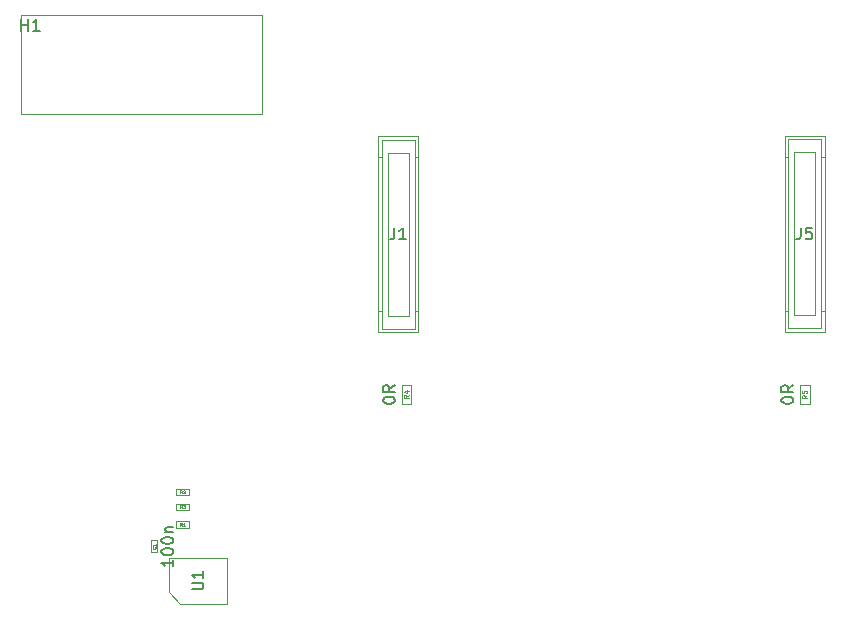
<source format=gbr>
G04 #@! TF.GenerationSoftware,KiCad,Pcbnew,9.0.0*
G04 #@! TF.CreationDate,2025-04-07T23:04:34+01:00*
G04 #@! TF.ProjectId,ephys-test-module-128,65706879-732d-4746-9573-742d6d6f6475,A*
G04 #@! TF.SameCoordinates,Original*
G04 #@! TF.FileFunction,AssemblyDrawing,Top*
%FSLAX46Y46*%
G04 Gerber Fmt 4.6, Leading zero omitted, Abs format (unit mm)*
G04 Created by KiCad (PCBNEW 9.0.0) date 2025-04-07 23:04:34*
%MOMM*%
%LPD*%
G01*
G04 APERTURE LIST*
%ADD10C,0.040000*%
%ADD11C,0.150000*%
%ADD12C,0.060000*%
%ADD13C,0.100000*%
G04 APERTURE END LIST*
D10*
X120226667Y-123168200D02*
X120140000Y-123044391D01*
X120078095Y-123168200D02*
X120078095Y-122908200D01*
X120078095Y-122908200D02*
X120177143Y-122908200D01*
X120177143Y-122908200D02*
X120201905Y-122920581D01*
X120201905Y-122920581D02*
X120214286Y-122932962D01*
X120214286Y-122932962D02*
X120226667Y-122957724D01*
X120226667Y-122957724D02*
X120226667Y-122994867D01*
X120226667Y-122994867D02*
X120214286Y-123019629D01*
X120214286Y-123019629D02*
X120201905Y-123032010D01*
X120201905Y-123032010D02*
X120177143Y-123044391D01*
X120177143Y-123044391D02*
X120078095Y-123044391D01*
X120313333Y-122908200D02*
X120474286Y-122908200D01*
X120474286Y-122908200D02*
X120387619Y-123007248D01*
X120387619Y-123007248D02*
X120424762Y-123007248D01*
X120424762Y-123007248D02*
X120449524Y-123019629D01*
X120449524Y-123019629D02*
X120461905Y-123032010D01*
X120461905Y-123032010D02*
X120474286Y-123056772D01*
X120474286Y-123056772D02*
X120474286Y-123118677D01*
X120474286Y-123118677D02*
X120461905Y-123143439D01*
X120461905Y-123143439D02*
X120449524Y-123155820D01*
X120449524Y-123155820D02*
X120424762Y-123168200D01*
X120424762Y-123168200D02*
X120350476Y-123168200D01*
X120350476Y-123168200D02*
X120325714Y-123155820D01*
X120325714Y-123155820D02*
X120313333Y-123143439D01*
D11*
X137249819Y-114072618D02*
X137249819Y-113977380D01*
X137249819Y-113977380D02*
X137297438Y-113882142D01*
X137297438Y-113882142D02*
X137345057Y-113834523D01*
X137345057Y-113834523D02*
X137440295Y-113786904D01*
X137440295Y-113786904D02*
X137630771Y-113739285D01*
X137630771Y-113739285D02*
X137868866Y-113739285D01*
X137868866Y-113739285D02*
X138059342Y-113786904D01*
X138059342Y-113786904D02*
X138154580Y-113834523D01*
X138154580Y-113834523D02*
X138202200Y-113882142D01*
X138202200Y-113882142D02*
X138249819Y-113977380D01*
X138249819Y-113977380D02*
X138249819Y-114072618D01*
X138249819Y-114072618D02*
X138202200Y-114167856D01*
X138202200Y-114167856D02*
X138154580Y-114215475D01*
X138154580Y-114215475D02*
X138059342Y-114263094D01*
X138059342Y-114263094D02*
X137868866Y-114310713D01*
X137868866Y-114310713D02*
X137630771Y-114310713D01*
X137630771Y-114310713D02*
X137440295Y-114263094D01*
X137440295Y-114263094D02*
X137345057Y-114215475D01*
X137345057Y-114215475D02*
X137297438Y-114167856D01*
X137297438Y-114167856D02*
X137249819Y-114072618D01*
X138249819Y-112739285D02*
X137773628Y-113072618D01*
X138249819Y-113310713D02*
X137249819Y-113310713D01*
X137249819Y-113310713D02*
X137249819Y-112929761D01*
X137249819Y-112929761D02*
X137297438Y-112834523D01*
X137297438Y-112834523D02*
X137345057Y-112786904D01*
X137345057Y-112786904D02*
X137440295Y-112739285D01*
X137440295Y-112739285D02*
X137583152Y-112739285D01*
X137583152Y-112739285D02*
X137678390Y-112786904D01*
X137678390Y-112786904D02*
X137726009Y-112834523D01*
X137726009Y-112834523D02*
X137773628Y-112929761D01*
X137773628Y-112929761D02*
X137773628Y-113310713D01*
D12*
X139406927Y-113591666D02*
X139216451Y-113724999D01*
X139406927Y-113820237D02*
X139006927Y-113820237D01*
X139006927Y-113820237D02*
X139006927Y-113667856D01*
X139006927Y-113667856D02*
X139025975Y-113629761D01*
X139025975Y-113629761D02*
X139045022Y-113610714D01*
X139045022Y-113610714D02*
X139083118Y-113591666D01*
X139083118Y-113591666D02*
X139140260Y-113591666D01*
X139140260Y-113591666D02*
X139178356Y-113610714D01*
X139178356Y-113610714D02*
X139197403Y-113629761D01*
X139197403Y-113629761D02*
X139216451Y-113667856D01*
X139216451Y-113667856D02*
X139216451Y-113820237D01*
X139140260Y-113248809D02*
X139406927Y-113248809D01*
X138987880Y-113344047D02*
X139273594Y-113439285D01*
X139273594Y-113439285D02*
X139273594Y-113191666D01*
D11*
X138193166Y-99416319D02*
X138193166Y-100130604D01*
X138193166Y-100130604D02*
X138145547Y-100273461D01*
X138145547Y-100273461D02*
X138050309Y-100368700D01*
X138050309Y-100368700D02*
X137907452Y-100416319D01*
X137907452Y-100416319D02*
X137812214Y-100416319D01*
X139193166Y-100416319D02*
X138621738Y-100416319D01*
X138907452Y-100416319D02*
X138907452Y-99416319D01*
X138907452Y-99416319D02*
X138812214Y-99559176D01*
X138812214Y-99559176D02*
X138716976Y-99654414D01*
X138716976Y-99654414D02*
X138621738Y-99702033D01*
D10*
X120226667Y-124668200D02*
X120140000Y-124544391D01*
X120078095Y-124668200D02*
X120078095Y-124408200D01*
X120078095Y-124408200D02*
X120177143Y-124408200D01*
X120177143Y-124408200D02*
X120201905Y-124420581D01*
X120201905Y-124420581D02*
X120214286Y-124432962D01*
X120214286Y-124432962D02*
X120226667Y-124457724D01*
X120226667Y-124457724D02*
X120226667Y-124494867D01*
X120226667Y-124494867D02*
X120214286Y-124519629D01*
X120214286Y-124519629D02*
X120201905Y-124532010D01*
X120201905Y-124532010D02*
X120177143Y-124544391D01*
X120177143Y-124544391D02*
X120078095Y-124544391D01*
X120474286Y-124668200D02*
X120325714Y-124668200D01*
X120400000Y-124668200D02*
X120400000Y-124408200D01*
X120400000Y-124408200D02*
X120375238Y-124445343D01*
X120375238Y-124445343D02*
X120350476Y-124470105D01*
X120350476Y-124470105D02*
X120325714Y-124482486D01*
D11*
X106593395Y-82739819D02*
X106593395Y-81739819D01*
X106593395Y-82216009D02*
X107164823Y-82216009D01*
X107164823Y-82739819D02*
X107164823Y-81739819D01*
X108164823Y-82739819D02*
X107593395Y-82739819D01*
X107879109Y-82739819D02*
X107879109Y-81739819D01*
X107879109Y-81739819D02*
X107783871Y-81882676D01*
X107783871Y-81882676D02*
X107688633Y-81977914D01*
X107688633Y-81977914D02*
X107593395Y-82025533D01*
X121035566Y-130046666D02*
X121828900Y-130046666D01*
X121828900Y-130046666D02*
X121922233Y-130000000D01*
X121922233Y-130000000D02*
X121968900Y-129953333D01*
X121968900Y-129953333D02*
X122015566Y-129860000D01*
X122015566Y-129860000D02*
X122015566Y-129673333D01*
X122015566Y-129673333D02*
X121968900Y-129580000D01*
X121968900Y-129580000D02*
X121922233Y-129533333D01*
X121922233Y-129533333D02*
X121828900Y-129486666D01*
X121828900Y-129486666D02*
X121035566Y-129486666D01*
X122015566Y-128506666D02*
X122015566Y-129066666D01*
X122015566Y-128786666D02*
X121035566Y-128786666D01*
X121035566Y-128786666D02*
X121175566Y-128879999D01*
X121175566Y-128879999D02*
X121268900Y-128973333D01*
X121268900Y-128973333D02*
X121315566Y-129066666D01*
D10*
X120216667Y-121918200D02*
X120130000Y-121794391D01*
X120068095Y-121918200D02*
X120068095Y-121658200D01*
X120068095Y-121658200D02*
X120167143Y-121658200D01*
X120167143Y-121658200D02*
X120191905Y-121670581D01*
X120191905Y-121670581D02*
X120204286Y-121682962D01*
X120204286Y-121682962D02*
X120216667Y-121707724D01*
X120216667Y-121707724D02*
X120216667Y-121744867D01*
X120216667Y-121744867D02*
X120204286Y-121769629D01*
X120204286Y-121769629D02*
X120191905Y-121782010D01*
X120191905Y-121782010D02*
X120167143Y-121794391D01*
X120167143Y-121794391D02*
X120068095Y-121794391D01*
X120315714Y-121682962D02*
X120328095Y-121670581D01*
X120328095Y-121670581D02*
X120352857Y-121658200D01*
X120352857Y-121658200D02*
X120414762Y-121658200D01*
X120414762Y-121658200D02*
X120439524Y-121670581D01*
X120439524Y-121670581D02*
X120451905Y-121682962D01*
X120451905Y-121682962D02*
X120464286Y-121707724D01*
X120464286Y-121707724D02*
X120464286Y-121732486D01*
X120464286Y-121732486D02*
X120451905Y-121769629D01*
X120451905Y-121769629D02*
X120303333Y-121918200D01*
X120303333Y-121918200D02*
X120464286Y-121918200D01*
D11*
X119484819Y-127519047D02*
X119484819Y-128090475D01*
X119484819Y-127804761D02*
X118484819Y-127804761D01*
X118484819Y-127804761D02*
X118627676Y-127899999D01*
X118627676Y-127899999D02*
X118722914Y-127995237D01*
X118722914Y-127995237D02*
X118770533Y-128090475D01*
X118484819Y-126899999D02*
X118484819Y-126804761D01*
X118484819Y-126804761D02*
X118532438Y-126709523D01*
X118532438Y-126709523D02*
X118580057Y-126661904D01*
X118580057Y-126661904D02*
X118675295Y-126614285D01*
X118675295Y-126614285D02*
X118865771Y-126566666D01*
X118865771Y-126566666D02*
X119103866Y-126566666D01*
X119103866Y-126566666D02*
X119294342Y-126614285D01*
X119294342Y-126614285D02*
X119389580Y-126661904D01*
X119389580Y-126661904D02*
X119437200Y-126709523D01*
X119437200Y-126709523D02*
X119484819Y-126804761D01*
X119484819Y-126804761D02*
X119484819Y-126899999D01*
X119484819Y-126899999D02*
X119437200Y-126995237D01*
X119437200Y-126995237D02*
X119389580Y-127042856D01*
X119389580Y-127042856D02*
X119294342Y-127090475D01*
X119294342Y-127090475D02*
X119103866Y-127138094D01*
X119103866Y-127138094D02*
X118865771Y-127138094D01*
X118865771Y-127138094D02*
X118675295Y-127090475D01*
X118675295Y-127090475D02*
X118580057Y-127042856D01*
X118580057Y-127042856D02*
X118532438Y-126995237D01*
X118532438Y-126995237D02*
X118484819Y-126899999D01*
X118484819Y-125947618D02*
X118484819Y-125852380D01*
X118484819Y-125852380D02*
X118532438Y-125757142D01*
X118532438Y-125757142D02*
X118580057Y-125709523D01*
X118580057Y-125709523D02*
X118675295Y-125661904D01*
X118675295Y-125661904D02*
X118865771Y-125614285D01*
X118865771Y-125614285D02*
X119103866Y-125614285D01*
X119103866Y-125614285D02*
X119294342Y-125661904D01*
X119294342Y-125661904D02*
X119389580Y-125709523D01*
X119389580Y-125709523D02*
X119437200Y-125757142D01*
X119437200Y-125757142D02*
X119484819Y-125852380D01*
X119484819Y-125852380D02*
X119484819Y-125947618D01*
X119484819Y-125947618D02*
X119437200Y-126042856D01*
X119437200Y-126042856D02*
X119389580Y-126090475D01*
X119389580Y-126090475D02*
X119294342Y-126138094D01*
X119294342Y-126138094D02*
X119103866Y-126185713D01*
X119103866Y-126185713D02*
X118865771Y-126185713D01*
X118865771Y-126185713D02*
X118675295Y-126138094D01*
X118675295Y-126138094D02*
X118580057Y-126090475D01*
X118580057Y-126090475D02*
X118532438Y-126042856D01*
X118532438Y-126042856D02*
X118484819Y-125947618D01*
X118818152Y-125185713D02*
X119484819Y-125185713D01*
X118913390Y-125185713D02*
X118865771Y-125138094D01*
X118865771Y-125138094D02*
X118818152Y-125042856D01*
X118818152Y-125042856D02*
X118818152Y-124899999D01*
X118818152Y-124899999D02*
X118865771Y-124804761D01*
X118865771Y-124804761D02*
X118961009Y-124757142D01*
X118961009Y-124757142D02*
X119484819Y-124757142D01*
D10*
X117959765Y-126441666D02*
X117971670Y-126453570D01*
X117971670Y-126453570D02*
X117983574Y-126489285D01*
X117983574Y-126489285D02*
X117983574Y-126513094D01*
X117983574Y-126513094D02*
X117971670Y-126548808D01*
X117971670Y-126548808D02*
X117947860Y-126572618D01*
X117947860Y-126572618D02*
X117924050Y-126584523D01*
X117924050Y-126584523D02*
X117876431Y-126596427D01*
X117876431Y-126596427D02*
X117840717Y-126596427D01*
X117840717Y-126596427D02*
X117793098Y-126584523D01*
X117793098Y-126584523D02*
X117769289Y-126572618D01*
X117769289Y-126572618D02*
X117745479Y-126548808D01*
X117745479Y-126548808D02*
X117733574Y-126513094D01*
X117733574Y-126513094D02*
X117733574Y-126489285D01*
X117733574Y-126489285D02*
X117745479Y-126453570D01*
X117745479Y-126453570D02*
X117757384Y-126441666D01*
X117983574Y-126203570D02*
X117983574Y-126346427D01*
X117983574Y-126274999D02*
X117733574Y-126274999D01*
X117733574Y-126274999D02*
X117769289Y-126298808D01*
X117769289Y-126298808D02*
X117793098Y-126322618D01*
X117793098Y-126322618D02*
X117805003Y-126346427D01*
D11*
X172602416Y-99404819D02*
X172602416Y-100119104D01*
X172602416Y-100119104D02*
X172554797Y-100261961D01*
X172554797Y-100261961D02*
X172459559Y-100357200D01*
X172459559Y-100357200D02*
X172316702Y-100404819D01*
X172316702Y-100404819D02*
X172221464Y-100404819D01*
X173554797Y-99404819D02*
X173078607Y-99404819D01*
X173078607Y-99404819D02*
X173030988Y-99881009D01*
X173030988Y-99881009D02*
X173078607Y-99833390D01*
X173078607Y-99833390D02*
X173173845Y-99785771D01*
X173173845Y-99785771D02*
X173411940Y-99785771D01*
X173411940Y-99785771D02*
X173507178Y-99833390D01*
X173507178Y-99833390D02*
X173554797Y-99881009D01*
X173554797Y-99881009D02*
X173602416Y-99976247D01*
X173602416Y-99976247D02*
X173602416Y-100214342D01*
X173602416Y-100214342D02*
X173554797Y-100309580D01*
X173554797Y-100309580D02*
X173507178Y-100357200D01*
X173507178Y-100357200D02*
X173411940Y-100404819D01*
X173411940Y-100404819D02*
X173173845Y-100404819D01*
X173173845Y-100404819D02*
X173078607Y-100357200D01*
X173078607Y-100357200D02*
X173030988Y-100309580D01*
X170975569Y-114072618D02*
X170975569Y-113977380D01*
X170975569Y-113977380D02*
X171023188Y-113882142D01*
X171023188Y-113882142D02*
X171070807Y-113834523D01*
X171070807Y-113834523D02*
X171166045Y-113786904D01*
X171166045Y-113786904D02*
X171356521Y-113739285D01*
X171356521Y-113739285D02*
X171594616Y-113739285D01*
X171594616Y-113739285D02*
X171785092Y-113786904D01*
X171785092Y-113786904D02*
X171880330Y-113834523D01*
X171880330Y-113834523D02*
X171927950Y-113882142D01*
X171927950Y-113882142D02*
X171975569Y-113977380D01*
X171975569Y-113977380D02*
X171975569Y-114072618D01*
X171975569Y-114072618D02*
X171927950Y-114167856D01*
X171927950Y-114167856D02*
X171880330Y-114215475D01*
X171880330Y-114215475D02*
X171785092Y-114263094D01*
X171785092Y-114263094D02*
X171594616Y-114310713D01*
X171594616Y-114310713D02*
X171356521Y-114310713D01*
X171356521Y-114310713D02*
X171166045Y-114263094D01*
X171166045Y-114263094D02*
X171070807Y-114215475D01*
X171070807Y-114215475D02*
X171023188Y-114167856D01*
X171023188Y-114167856D02*
X170975569Y-114072618D01*
X171975569Y-112739285D02*
X171499378Y-113072618D01*
X171975569Y-113310713D02*
X170975569Y-113310713D01*
X170975569Y-113310713D02*
X170975569Y-112929761D01*
X170975569Y-112929761D02*
X171023188Y-112834523D01*
X171023188Y-112834523D02*
X171070807Y-112786904D01*
X171070807Y-112786904D02*
X171166045Y-112739285D01*
X171166045Y-112739285D02*
X171308902Y-112739285D01*
X171308902Y-112739285D02*
X171404140Y-112786904D01*
X171404140Y-112786904D02*
X171451759Y-112834523D01*
X171451759Y-112834523D02*
X171499378Y-112929761D01*
X171499378Y-112929761D02*
X171499378Y-113310713D01*
D12*
X173132677Y-113591666D02*
X172942201Y-113724999D01*
X173132677Y-113820237D02*
X172732677Y-113820237D01*
X172732677Y-113820237D02*
X172732677Y-113667856D01*
X172732677Y-113667856D02*
X172751725Y-113629761D01*
X172751725Y-113629761D02*
X172770772Y-113610714D01*
X172770772Y-113610714D02*
X172808868Y-113591666D01*
X172808868Y-113591666D02*
X172866010Y-113591666D01*
X172866010Y-113591666D02*
X172904106Y-113610714D01*
X172904106Y-113610714D02*
X172923153Y-113629761D01*
X172923153Y-113629761D02*
X172942201Y-113667856D01*
X172942201Y-113667856D02*
X172942201Y-113820237D01*
X172732677Y-113229761D02*
X172732677Y-113420237D01*
X172732677Y-113420237D02*
X172923153Y-113439285D01*
X172923153Y-113439285D02*
X172904106Y-113420237D01*
X172904106Y-113420237D02*
X172885058Y-113382142D01*
X172885058Y-113382142D02*
X172885058Y-113286904D01*
X172885058Y-113286904D02*
X172904106Y-113248809D01*
X172904106Y-113248809D02*
X172923153Y-113229761D01*
X172923153Y-113229761D02*
X172961249Y-113210714D01*
X172961249Y-113210714D02*
X173056487Y-113210714D01*
X173056487Y-113210714D02*
X173094582Y-113229761D01*
X173094582Y-113229761D02*
X173113630Y-113248809D01*
X173113630Y-113248809D02*
X173132677Y-113286904D01*
X173132677Y-113286904D02*
X173132677Y-113382142D01*
X173132677Y-113382142D02*
X173113630Y-113420237D01*
X173113630Y-113420237D02*
X173094582Y-113439285D01*
D13*
G04 #@! TO.C,R3*
X119745000Y-122780000D02*
X120795000Y-122780000D01*
X119745000Y-123320000D02*
X119745000Y-122780000D01*
X120795000Y-122780000D02*
X120795000Y-123320000D01*
X120795000Y-123320000D02*
X119745000Y-123320000D01*
G04 #@! TO.C,R4*
X138812500Y-112725000D02*
X139637500Y-112725000D01*
X138812500Y-114325000D02*
X138812500Y-112725000D01*
X139637500Y-112725000D02*
X139637500Y-114325000D01*
X139637500Y-114325000D02*
X138812500Y-114325000D01*
G04 #@! TO.C,J1*
X136826500Y-93461500D02*
X137126500Y-93461500D01*
X136826500Y-106461500D02*
X137126500Y-106461500D01*
X137026500Y-106461500D02*
X136826500Y-106461500D01*
X137126500Y-91961500D02*
X137126500Y-107961500D01*
X139926500Y-91961500D02*
X137126500Y-91961500D01*
X139926500Y-106461500D02*
X140226500Y-106461500D01*
X139926500Y-107961500D02*
X137126500Y-107961500D01*
X139926500Y-107961500D02*
X139926500Y-91961500D01*
X140226500Y-93461500D02*
X139926500Y-93461500D01*
X139426500Y-93061500D02*
X137676500Y-93061500D01*
X137676500Y-106861500D01*
X139426500Y-106861500D01*
X139426500Y-93061500D01*
X140226500Y-91661500D02*
X136826500Y-91661500D01*
X136826500Y-108261500D01*
X140226500Y-108261500D01*
X140226500Y-91661500D01*
G04 #@! TO.C,R1*
X119745000Y-124280000D02*
X120795000Y-124280000D01*
X119745000Y-124820000D02*
X119745000Y-124280000D01*
X120795000Y-124280000D02*
X120795000Y-124820000D01*
X120795000Y-124820000D02*
X119745000Y-124820000D01*
G04 #@! TO.C,H1*
X106571300Y-81400000D02*
X126971300Y-81400000D01*
X126971300Y-89800000D01*
X106571300Y-89800000D01*
X106571300Y-81400000D01*
G04 #@! TO.C,U1*
X119120000Y-127350000D02*
X124020000Y-127350000D01*
X119120000Y-130275000D02*
X119120000Y-127350000D01*
X120095000Y-131250000D02*
X119120000Y-130275000D01*
X124020000Y-127350000D02*
X124020000Y-131250000D01*
X124020000Y-131250000D02*
X120095000Y-131250000D01*
G04 #@! TO.C,R2*
X119735000Y-121530000D02*
X120785000Y-121530000D01*
X119735000Y-122070000D02*
X119735000Y-121530000D01*
X120785000Y-121530000D02*
X120785000Y-122070000D01*
X120785000Y-122070000D02*
X119735000Y-122070000D01*
G04 #@! TO.C,C1*
X117620000Y-125900000D02*
X118120000Y-125900000D01*
X117620000Y-126900000D02*
X117620000Y-125900000D01*
X118120000Y-125900000D02*
X118120000Y-126900000D01*
X118120000Y-126900000D02*
X117620000Y-126900000D01*
G04 #@! TO.C,J5*
X171235750Y-106450000D02*
X171535750Y-106450000D01*
X171535750Y-91950000D02*
X171535750Y-107950000D01*
X171535750Y-91950000D02*
X174335750Y-91950000D01*
X171535750Y-93450000D02*
X171235750Y-93450000D01*
X171535750Y-107950000D02*
X174335750Y-107950000D01*
X174335750Y-107950000D02*
X174335750Y-91950000D01*
X174435750Y-93450000D02*
X174635750Y-93450000D01*
X174635750Y-93450000D02*
X174335750Y-93450000D01*
X174635750Y-106450000D02*
X174335750Y-106450000D01*
X171235750Y-108250000D02*
X174635750Y-108250000D01*
X174635750Y-91650000D01*
X171235750Y-91650000D01*
X171235750Y-108250000D01*
X172035750Y-106850000D02*
X173785750Y-106850000D01*
X173785750Y-93050000D01*
X172035750Y-93050000D01*
X172035750Y-106850000D01*
G04 #@! TO.C,R5*
X172538250Y-112725000D02*
X173363250Y-112725000D01*
X172538250Y-114325000D02*
X172538250Y-112725000D01*
X173363250Y-112725000D02*
X173363250Y-114325000D01*
X173363250Y-114325000D02*
X172538250Y-114325000D01*
G04 #@! TD*
M02*

</source>
